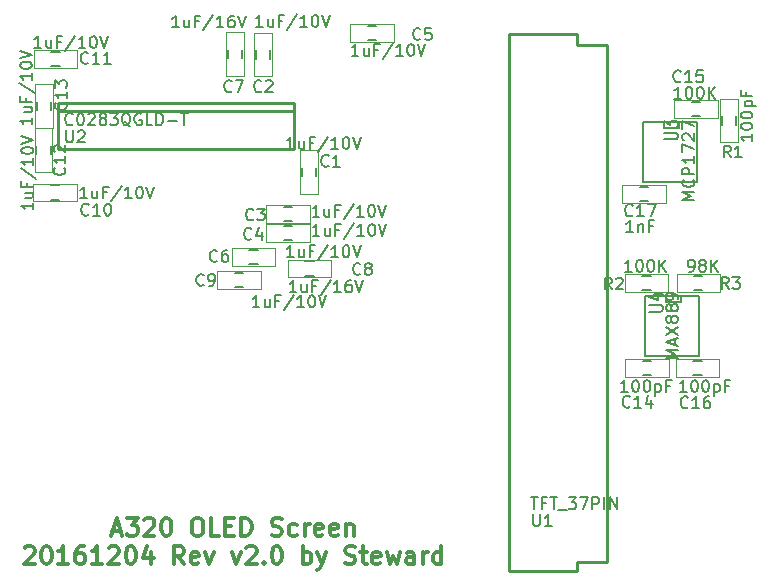
<source format=gto>
G04 (created by PCBNEW (22-Jun-2014 BZR 4027)-stable) date Sun 04 Dec 2016 05:28:58 PM CST*
%MOIN*%
G04 Gerber Fmt 3.4, Leading zero omitted, Abs format*
%FSLAX34Y34*%
G01*
G70*
G90*
G04 APERTURE LIST*
%ADD10C,0.00590551*%
%ADD11C,0.011811*%
%ADD12C,0.0019685*%
%ADD13C,0.00984252*%
%ADD14C,0.005*%
G04 APERTURE END LIST*
G54D10*
G54D11*
X54764Y-52220D02*
X55045Y-52220D01*
X54708Y-52389D02*
X54905Y-51798D01*
X55102Y-52389D01*
X55242Y-51798D02*
X55608Y-51798D01*
X55411Y-52023D01*
X55495Y-52023D01*
X55551Y-52051D01*
X55580Y-52079D01*
X55608Y-52135D01*
X55608Y-52276D01*
X55580Y-52332D01*
X55551Y-52360D01*
X55495Y-52389D01*
X55326Y-52389D01*
X55270Y-52360D01*
X55242Y-52332D01*
X55833Y-51854D02*
X55861Y-51826D01*
X55917Y-51798D01*
X56058Y-51798D01*
X56114Y-51826D01*
X56142Y-51854D01*
X56170Y-51910D01*
X56170Y-51967D01*
X56142Y-52051D01*
X55805Y-52389D01*
X56170Y-52389D01*
X56536Y-51798D02*
X56592Y-51798D01*
X56648Y-51826D01*
X56676Y-51854D01*
X56704Y-51910D01*
X56733Y-52023D01*
X56733Y-52164D01*
X56704Y-52276D01*
X56676Y-52332D01*
X56648Y-52360D01*
X56592Y-52389D01*
X56536Y-52389D01*
X56479Y-52360D01*
X56451Y-52332D01*
X56423Y-52276D01*
X56395Y-52164D01*
X56395Y-52023D01*
X56423Y-51910D01*
X56451Y-51854D01*
X56479Y-51826D01*
X56536Y-51798D01*
X57548Y-51798D02*
X57661Y-51798D01*
X57717Y-51826D01*
X57773Y-51882D01*
X57801Y-51995D01*
X57801Y-52192D01*
X57773Y-52304D01*
X57717Y-52360D01*
X57661Y-52389D01*
X57548Y-52389D01*
X57492Y-52360D01*
X57436Y-52304D01*
X57407Y-52192D01*
X57407Y-51995D01*
X57436Y-51882D01*
X57492Y-51826D01*
X57548Y-51798D01*
X58335Y-52389D02*
X58054Y-52389D01*
X58054Y-51798D01*
X58532Y-52079D02*
X58729Y-52079D01*
X58814Y-52389D02*
X58532Y-52389D01*
X58532Y-51798D01*
X58814Y-51798D01*
X59067Y-52389D02*
X59067Y-51798D01*
X59207Y-51798D01*
X59292Y-51826D01*
X59348Y-51882D01*
X59376Y-51939D01*
X59404Y-52051D01*
X59404Y-52135D01*
X59376Y-52248D01*
X59348Y-52304D01*
X59292Y-52360D01*
X59207Y-52389D01*
X59067Y-52389D01*
X60079Y-52360D02*
X60163Y-52389D01*
X60304Y-52389D01*
X60360Y-52360D01*
X60388Y-52332D01*
X60416Y-52276D01*
X60416Y-52220D01*
X60388Y-52164D01*
X60360Y-52135D01*
X60304Y-52107D01*
X60192Y-52079D01*
X60135Y-52051D01*
X60107Y-52023D01*
X60079Y-51967D01*
X60079Y-51910D01*
X60107Y-51854D01*
X60135Y-51826D01*
X60192Y-51798D01*
X60332Y-51798D01*
X60416Y-51826D01*
X60923Y-52360D02*
X60866Y-52389D01*
X60754Y-52389D01*
X60698Y-52360D01*
X60670Y-52332D01*
X60641Y-52276D01*
X60641Y-52107D01*
X60670Y-52051D01*
X60698Y-52023D01*
X60754Y-51995D01*
X60866Y-51995D01*
X60923Y-52023D01*
X61176Y-52389D02*
X61176Y-51995D01*
X61176Y-52107D02*
X61204Y-52051D01*
X61232Y-52023D01*
X61288Y-51995D01*
X61344Y-51995D01*
X61766Y-52360D02*
X61710Y-52389D01*
X61598Y-52389D01*
X61541Y-52360D01*
X61513Y-52304D01*
X61513Y-52079D01*
X61541Y-52023D01*
X61598Y-51995D01*
X61710Y-51995D01*
X61766Y-52023D01*
X61794Y-52079D01*
X61794Y-52135D01*
X61513Y-52192D01*
X62273Y-52360D02*
X62216Y-52389D01*
X62104Y-52389D01*
X62048Y-52360D01*
X62019Y-52304D01*
X62019Y-52079D01*
X62048Y-52023D01*
X62104Y-51995D01*
X62216Y-51995D01*
X62273Y-52023D01*
X62301Y-52079D01*
X62301Y-52135D01*
X62019Y-52192D01*
X62554Y-51995D02*
X62554Y-52389D01*
X62554Y-52051D02*
X62582Y-52023D01*
X62638Y-51995D01*
X62722Y-51995D01*
X62779Y-52023D01*
X62807Y-52079D01*
X62807Y-52389D01*
X51839Y-52799D02*
X51868Y-52771D01*
X51924Y-52743D01*
X52064Y-52743D01*
X52121Y-52771D01*
X52149Y-52799D01*
X52177Y-52855D01*
X52177Y-52912D01*
X52149Y-52996D01*
X51811Y-53333D01*
X52177Y-53333D01*
X52542Y-52743D02*
X52599Y-52743D01*
X52655Y-52771D01*
X52683Y-52799D01*
X52711Y-52855D01*
X52739Y-52968D01*
X52739Y-53108D01*
X52711Y-53221D01*
X52683Y-53277D01*
X52655Y-53305D01*
X52599Y-53333D01*
X52542Y-53333D01*
X52486Y-53305D01*
X52458Y-53277D01*
X52430Y-53221D01*
X52402Y-53108D01*
X52402Y-52968D01*
X52430Y-52855D01*
X52458Y-52799D01*
X52486Y-52771D01*
X52542Y-52743D01*
X53302Y-53333D02*
X52964Y-53333D01*
X53133Y-53333D02*
X53133Y-52743D01*
X53077Y-52827D01*
X53021Y-52883D01*
X52964Y-52912D01*
X53808Y-52743D02*
X53695Y-52743D01*
X53639Y-52771D01*
X53611Y-52799D01*
X53555Y-52883D01*
X53527Y-52996D01*
X53527Y-53221D01*
X53555Y-53277D01*
X53583Y-53305D01*
X53639Y-53333D01*
X53752Y-53333D01*
X53808Y-53305D01*
X53836Y-53277D01*
X53864Y-53221D01*
X53864Y-53080D01*
X53836Y-53024D01*
X53808Y-52996D01*
X53752Y-52968D01*
X53639Y-52968D01*
X53583Y-52996D01*
X53555Y-53024D01*
X53527Y-53080D01*
X54427Y-53333D02*
X54089Y-53333D01*
X54258Y-53333D02*
X54258Y-52743D01*
X54202Y-52827D01*
X54145Y-52883D01*
X54089Y-52912D01*
X54652Y-52799D02*
X54680Y-52771D01*
X54736Y-52743D01*
X54877Y-52743D01*
X54933Y-52771D01*
X54961Y-52799D01*
X54989Y-52855D01*
X54989Y-52912D01*
X54961Y-52996D01*
X54623Y-53333D01*
X54989Y-53333D01*
X55355Y-52743D02*
X55411Y-52743D01*
X55467Y-52771D01*
X55495Y-52799D01*
X55523Y-52855D01*
X55551Y-52968D01*
X55551Y-53108D01*
X55523Y-53221D01*
X55495Y-53277D01*
X55467Y-53305D01*
X55411Y-53333D01*
X55355Y-53333D01*
X55298Y-53305D01*
X55270Y-53277D01*
X55242Y-53221D01*
X55214Y-53108D01*
X55214Y-52968D01*
X55242Y-52855D01*
X55270Y-52799D01*
X55298Y-52771D01*
X55355Y-52743D01*
X56058Y-52940D02*
X56058Y-53333D01*
X55917Y-52715D02*
X55776Y-53137D01*
X56142Y-53137D01*
X57154Y-53333D02*
X56958Y-53052D01*
X56817Y-53333D02*
X56817Y-52743D01*
X57042Y-52743D01*
X57098Y-52771D01*
X57126Y-52799D01*
X57154Y-52855D01*
X57154Y-52940D01*
X57126Y-52996D01*
X57098Y-53024D01*
X57042Y-53052D01*
X56817Y-53052D01*
X57632Y-53305D02*
X57576Y-53333D01*
X57464Y-53333D01*
X57407Y-53305D01*
X57379Y-53249D01*
X57379Y-53024D01*
X57407Y-52968D01*
X57464Y-52940D01*
X57576Y-52940D01*
X57632Y-52968D01*
X57661Y-53024D01*
X57661Y-53080D01*
X57379Y-53137D01*
X57857Y-52940D02*
X57998Y-53333D01*
X58139Y-52940D01*
X58757Y-52940D02*
X58898Y-53333D01*
X59039Y-52940D01*
X59235Y-52799D02*
X59264Y-52771D01*
X59320Y-52743D01*
X59460Y-52743D01*
X59517Y-52771D01*
X59545Y-52799D01*
X59573Y-52855D01*
X59573Y-52912D01*
X59545Y-52996D01*
X59207Y-53333D01*
X59573Y-53333D01*
X59826Y-53277D02*
X59854Y-53305D01*
X59826Y-53333D01*
X59798Y-53305D01*
X59826Y-53277D01*
X59826Y-53333D01*
X60220Y-52743D02*
X60276Y-52743D01*
X60332Y-52771D01*
X60360Y-52799D01*
X60388Y-52855D01*
X60416Y-52968D01*
X60416Y-53108D01*
X60388Y-53221D01*
X60360Y-53277D01*
X60332Y-53305D01*
X60276Y-53333D01*
X60220Y-53333D01*
X60163Y-53305D01*
X60135Y-53277D01*
X60107Y-53221D01*
X60079Y-53108D01*
X60079Y-52968D01*
X60107Y-52855D01*
X60135Y-52799D01*
X60163Y-52771D01*
X60220Y-52743D01*
X61120Y-53333D02*
X61120Y-52743D01*
X61120Y-52968D02*
X61176Y-52940D01*
X61288Y-52940D01*
X61344Y-52968D01*
X61373Y-52996D01*
X61401Y-53052D01*
X61401Y-53221D01*
X61373Y-53277D01*
X61344Y-53305D01*
X61288Y-53333D01*
X61176Y-53333D01*
X61120Y-53305D01*
X61598Y-52940D02*
X61738Y-53333D01*
X61879Y-52940D02*
X61738Y-53333D01*
X61682Y-53474D01*
X61654Y-53502D01*
X61598Y-53530D01*
X62526Y-53305D02*
X62610Y-53333D01*
X62751Y-53333D01*
X62807Y-53305D01*
X62835Y-53277D01*
X62863Y-53221D01*
X62863Y-53165D01*
X62835Y-53108D01*
X62807Y-53080D01*
X62751Y-53052D01*
X62638Y-53024D01*
X62582Y-52996D01*
X62554Y-52968D01*
X62526Y-52912D01*
X62526Y-52855D01*
X62554Y-52799D01*
X62582Y-52771D01*
X62638Y-52743D01*
X62779Y-52743D01*
X62863Y-52771D01*
X63032Y-52940D02*
X63257Y-52940D01*
X63116Y-52743D02*
X63116Y-53249D01*
X63144Y-53305D01*
X63201Y-53333D01*
X63257Y-53333D01*
X63679Y-53305D02*
X63622Y-53333D01*
X63510Y-53333D01*
X63454Y-53305D01*
X63425Y-53249D01*
X63425Y-53024D01*
X63454Y-52968D01*
X63510Y-52940D01*
X63622Y-52940D01*
X63679Y-52968D01*
X63707Y-53024D01*
X63707Y-53080D01*
X63425Y-53137D01*
X63904Y-52940D02*
X64016Y-53333D01*
X64129Y-53052D01*
X64241Y-53333D01*
X64353Y-52940D01*
X64832Y-53333D02*
X64832Y-53024D01*
X64803Y-52968D01*
X64747Y-52940D01*
X64635Y-52940D01*
X64578Y-52968D01*
X64832Y-53305D02*
X64775Y-53333D01*
X64635Y-53333D01*
X64578Y-53305D01*
X64550Y-53249D01*
X64550Y-53193D01*
X64578Y-53137D01*
X64635Y-53108D01*
X64775Y-53108D01*
X64832Y-53080D01*
X65113Y-53333D02*
X65113Y-52940D01*
X65113Y-53052D02*
X65141Y-52996D01*
X65169Y-52968D01*
X65225Y-52940D01*
X65282Y-52940D01*
X65731Y-53333D02*
X65731Y-52743D01*
X65731Y-53305D02*
X65675Y-53333D01*
X65563Y-53333D01*
X65506Y-53305D01*
X65478Y-53277D01*
X65450Y-53221D01*
X65450Y-53052D01*
X65478Y-52996D01*
X65506Y-52968D01*
X65563Y-52940D01*
X65675Y-52940D01*
X65731Y-52968D01*
G54D12*
X59881Y-42010D02*
X61338Y-42010D01*
X59881Y-42601D02*
X61338Y-42601D01*
X59881Y-42010D02*
X59881Y-42601D01*
X61338Y-42010D02*
X61338Y-42601D01*
G54D10*
X60472Y-42069D02*
X60747Y-42069D01*
X60747Y-42542D02*
X60472Y-42542D01*
G54D12*
X73491Y-37879D02*
X74948Y-37879D01*
X73491Y-38470D02*
X74948Y-38470D01*
X73491Y-37879D02*
X73491Y-38470D01*
X74948Y-37879D02*
X74948Y-38470D01*
G54D10*
X74082Y-37938D02*
X74357Y-37938D01*
X74357Y-38411D02*
X74082Y-38411D01*
G54D12*
X52765Y-38811D02*
X52765Y-40268D01*
X52174Y-38811D02*
X52174Y-40268D01*
X52765Y-38811D02*
X52174Y-38811D01*
X52765Y-40268D02*
X52174Y-40268D01*
G54D10*
X52706Y-39402D02*
X52706Y-39677D01*
X52233Y-39677D02*
X52233Y-39402D01*
G54D12*
X52184Y-38798D02*
X52184Y-37341D01*
X52775Y-38798D02*
X52775Y-37341D01*
X52184Y-38798D02*
X52775Y-38798D01*
X52184Y-37341D02*
X52775Y-37341D01*
G54D10*
X52243Y-38207D02*
X52243Y-37932D01*
X52716Y-37932D02*
X52716Y-38207D01*
G54D12*
X53598Y-36795D02*
X52141Y-36795D01*
X53598Y-36204D02*
X52141Y-36204D01*
X53598Y-36795D02*
X53598Y-36204D01*
X52141Y-36795D02*
X52141Y-36204D01*
G54D10*
X53007Y-36736D02*
X52732Y-36736D01*
X52732Y-36263D02*
X53007Y-36263D01*
G54D12*
X53588Y-41245D02*
X52131Y-41245D01*
X53588Y-40654D02*
X52131Y-40654D01*
X53588Y-41245D02*
X53588Y-40654D01*
X52131Y-41245D02*
X52131Y-40654D01*
G54D10*
X52997Y-41186D02*
X52722Y-41186D01*
X52722Y-40713D02*
X52997Y-40713D01*
G54D12*
X59723Y-44170D02*
X58266Y-44170D01*
X59723Y-43579D02*
X58266Y-43579D01*
X59723Y-44170D02*
X59723Y-43579D01*
X58266Y-44170D02*
X58266Y-43579D01*
G54D10*
X59132Y-44111D02*
X58857Y-44111D01*
X58857Y-43638D02*
X59132Y-43638D01*
G54D12*
X60606Y-43189D02*
X62063Y-43189D01*
X60606Y-43780D02*
X62063Y-43780D01*
X60606Y-43189D02*
X60606Y-43780D01*
X62063Y-43189D02*
X62063Y-43780D01*
G54D10*
X61197Y-43248D02*
X61472Y-43248D01*
X61472Y-43721D02*
X61197Y-43721D01*
G54D12*
X58554Y-37058D02*
X58554Y-35601D01*
X59145Y-37058D02*
X59145Y-35601D01*
X58554Y-37058D02*
X59145Y-37058D01*
X58554Y-35601D02*
X59145Y-35601D01*
G54D10*
X58613Y-36467D02*
X58613Y-36192D01*
X59086Y-36192D02*
X59086Y-36467D01*
G54D12*
X60203Y-43405D02*
X58746Y-43405D01*
X60203Y-42814D02*
X58746Y-42814D01*
X60203Y-43405D02*
X60203Y-42814D01*
X58746Y-43405D02*
X58746Y-42814D01*
G54D10*
X59612Y-43346D02*
X59337Y-43346D01*
X59337Y-42873D02*
X59612Y-42873D01*
G54D12*
X62701Y-35344D02*
X64158Y-35344D01*
X62701Y-35935D02*
X64158Y-35935D01*
X62701Y-35344D02*
X62701Y-35935D01*
X64158Y-35344D02*
X64158Y-35935D01*
G54D10*
X63292Y-35403D02*
X63567Y-35403D01*
X63567Y-35876D02*
X63292Y-35876D01*
G54D12*
X75034Y-39278D02*
X75034Y-37821D01*
X75625Y-39278D02*
X75625Y-37821D01*
X75034Y-39278D02*
X75625Y-39278D01*
X75034Y-37821D02*
X75625Y-37821D01*
G54D10*
X75093Y-38687D02*
X75093Y-38412D01*
X75566Y-38412D02*
X75566Y-38687D01*
G54D12*
X59901Y-41374D02*
X61358Y-41374D01*
X59901Y-41965D02*
X61358Y-41965D01*
X59901Y-41374D02*
X59901Y-41965D01*
X61358Y-41374D02*
X61358Y-41965D01*
G54D10*
X60492Y-41433D02*
X60767Y-41433D01*
X60767Y-41906D02*
X60492Y-41906D01*
G54D12*
X60085Y-35616D02*
X60085Y-37073D01*
X59494Y-35616D02*
X59494Y-37073D01*
X60085Y-35616D02*
X59494Y-35616D01*
X60085Y-37073D02*
X59494Y-37073D01*
G54D10*
X60026Y-36207D02*
X60026Y-36482D01*
X59553Y-36482D02*
X59553Y-36207D01*
G54D12*
X61024Y-41003D02*
X61024Y-39546D01*
X61615Y-41003D02*
X61615Y-39546D01*
X61024Y-41003D02*
X61615Y-41003D01*
X61024Y-39546D02*
X61615Y-39546D01*
G54D10*
X61083Y-40412D02*
X61083Y-40137D01*
X61556Y-40137D02*
X61556Y-40412D01*
G54D12*
X74998Y-47095D02*
X73541Y-47095D01*
X74998Y-46504D02*
X73541Y-46504D01*
X74998Y-47095D02*
X74998Y-46504D01*
X73541Y-47095D02*
X73541Y-46504D01*
G54D10*
X74407Y-47036D02*
X74132Y-47036D01*
X74132Y-46563D02*
X74407Y-46563D01*
G54D12*
X73208Y-41290D02*
X71751Y-41290D01*
X73208Y-40699D02*
X71751Y-40699D01*
X73208Y-41290D02*
X73208Y-40699D01*
X71751Y-41290D02*
X71751Y-40699D01*
G54D10*
X72617Y-41231D02*
X72342Y-41231D01*
X72342Y-40758D02*
X72617Y-40758D01*
G54D12*
X73307Y-47087D02*
X71850Y-47087D01*
X73307Y-46496D02*
X71850Y-46496D01*
X73307Y-47087D02*
X73307Y-46496D01*
X71850Y-47087D02*
X71850Y-46496D01*
G54D10*
X72716Y-47028D02*
X72441Y-47028D01*
X72441Y-46555D02*
X72716Y-46555D01*
G54D12*
X71846Y-43669D02*
X73303Y-43669D01*
X71846Y-44260D02*
X73303Y-44260D01*
X71846Y-43669D02*
X71846Y-44260D01*
X73303Y-43669D02*
X73303Y-44260D01*
G54D10*
X72437Y-43728D02*
X72712Y-43728D01*
X72712Y-44201D02*
X72437Y-44201D01*
G54D13*
X60819Y-38248D02*
X52945Y-38248D01*
X60583Y-37973D02*
X60819Y-37973D01*
X60819Y-37973D02*
X60819Y-39508D01*
X60819Y-39508D02*
X52945Y-39508D01*
X52945Y-39508D02*
X52945Y-37973D01*
X52945Y-37973D02*
X60583Y-37973D01*
X67982Y-53550D02*
X70266Y-53550D01*
X70266Y-53550D02*
X70266Y-53275D01*
X70266Y-53275D02*
X71250Y-53275D01*
X71250Y-53275D02*
X71250Y-47724D01*
X71250Y-47724D02*
X71250Y-36857D01*
X71250Y-36857D02*
X71250Y-36031D01*
X71250Y-36031D02*
X70266Y-36031D01*
X70266Y-36031D02*
X70266Y-35676D01*
X70266Y-35676D02*
X67982Y-35676D01*
X67982Y-35676D02*
X67982Y-53550D01*
G54D14*
X74337Y-44406D02*
X74337Y-46406D01*
X74337Y-46406D02*
X72537Y-46406D01*
X72537Y-46406D02*
X72537Y-44406D01*
X72537Y-44406D02*
X74337Y-44406D01*
X73737Y-44406D02*
X73737Y-44606D01*
X73737Y-44606D02*
X73237Y-44606D01*
X73237Y-44606D02*
X73237Y-44406D01*
G54D12*
X73571Y-43669D02*
X75028Y-43669D01*
X73571Y-44260D02*
X75028Y-44260D01*
X73571Y-43669D02*
X73571Y-44260D01*
X75028Y-43669D02*
X75028Y-44260D01*
G54D10*
X74162Y-43728D02*
X74437Y-43728D01*
X74437Y-44201D02*
X74162Y-44201D01*
G54D14*
X74248Y-38600D02*
X74248Y-40600D01*
X74248Y-40600D02*
X72448Y-40600D01*
X72448Y-40600D02*
X72448Y-38600D01*
X72448Y-38600D02*
X74248Y-38600D01*
X73648Y-38600D02*
X73648Y-38800D01*
X73648Y-38800D02*
X73148Y-38800D01*
X73148Y-38800D02*
X73148Y-38600D01*
G54D10*
X59402Y-42482D02*
X59383Y-42501D01*
X59327Y-42520D01*
X59290Y-42520D01*
X59233Y-42501D01*
X59196Y-42463D01*
X59177Y-42426D01*
X59158Y-42351D01*
X59158Y-42295D01*
X59177Y-42220D01*
X59196Y-42182D01*
X59233Y-42145D01*
X59290Y-42126D01*
X59327Y-42126D01*
X59383Y-42145D01*
X59402Y-42163D01*
X59739Y-42257D02*
X59739Y-42520D01*
X59646Y-42107D02*
X59552Y-42388D01*
X59796Y-42388D01*
X61670Y-42390D02*
X61445Y-42390D01*
X61558Y-42390D02*
X61558Y-41996D01*
X61520Y-42052D01*
X61483Y-42090D01*
X61445Y-42109D01*
X62008Y-42127D02*
X62008Y-42390D01*
X61839Y-42127D02*
X61839Y-42334D01*
X61858Y-42371D01*
X61895Y-42390D01*
X61951Y-42390D01*
X61989Y-42371D01*
X62008Y-42352D01*
X62326Y-42184D02*
X62195Y-42184D01*
X62195Y-42390D02*
X62195Y-41996D01*
X62383Y-41996D01*
X62814Y-41977D02*
X62476Y-42484D01*
X63151Y-42390D02*
X62926Y-42390D01*
X63039Y-42390D02*
X63039Y-41996D01*
X63001Y-42052D01*
X62964Y-42090D01*
X62926Y-42109D01*
X63395Y-41996D02*
X63433Y-41996D01*
X63470Y-42015D01*
X63489Y-42034D01*
X63508Y-42071D01*
X63526Y-42146D01*
X63526Y-42240D01*
X63508Y-42315D01*
X63489Y-42352D01*
X63470Y-42371D01*
X63433Y-42390D01*
X63395Y-42390D01*
X63358Y-42371D01*
X63339Y-42352D01*
X63320Y-42315D01*
X63301Y-42240D01*
X63301Y-42146D01*
X63320Y-42071D01*
X63339Y-42034D01*
X63358Y-42015D01*
X63395Y-41996D01*
X63639Y-41996D02*
X63770Y-42390D01*
X63901Y-41996D01*
X73710Y-37235D02*
X73692Y-37254D01*
X73635Y-37273D01*
X73598Y-37273D01*
X73542Y-37254D01*
X73504Y-37217D01*
X73485Y-37179D01*
X73467Y-37104D01*
X73467Y-37048D01*
X73485Y-36973D01*
X73504Y-36935D01*
X73542Y-36898D01*
X73598Y-36879D01*
X73635Y-36879D01*
X73692Y-36898D01*
X73710Y-36917D01*
X74085Y-37273D02*
X73860Y-37273D01*
X73973Y-37273D02*
X73973Y-36879D01*
X73935Y-36935D01*
X73898Y-36973D01*
X73860Y-36992D01*
X74442Y-36879D02*
X74254Y-36879D01*
X74235Y-37067D01*
X74254Y-37048D01*
X74292Y-37029D01*
X74385Y-37029D01*
X74423Y-37048D01*
X74442Y-37067D01*
X74460Y-37104D01*
X74460Y-37198D01*
X74442Y-37235D01*
X74423Y-37254D01*
X74385Y-37273D01*
X74292Y-37273D01*
X74254Y-37254D01*
X74235Y-37235D01*
X76103Y-38999D02*
X76103Y-39224D01*
X76103Y-39111D02*
X75709Y-39111D01*
X75765Y-39149D01*
X75803Y-39186D01*
X75822Y-39224D01*
X75709Y-38755D02*
X75709Y-38718D01*
X75728Y-38680D01*
X75747Y-38661D01*
X75784Y-38643D01*
X75859Y-38624D01*
X75953Y-38624D01*
X76028Y-38643D01*
X76065Y-38661D01*
X76084Y-38680D01*
X76103Y-38718D01*
X76103Y-38755D01*
X76084Y-38793D01*
X76065Y-38811D01*
X76028Y-38830D01*
X75953Y-38849D01*
X75859Y-38849D01*
X75784Y-38830D01*
X75747Y-38811D01*
X75728Y-38793D01*
X75709Y-38755D01*
X75709Y-38380D02*
X75709Y-38343D01*
X75728Y-38305D01*
X75747Y-38286D01*
X75784Y-38268D01*
X75859Y-38249D01*
X75953Y-38249D01*
X76028Y-38268D01*
X76065Y-38286D01*
X76084Y-38305D01*
X76103Y-38343D01*
X76103Y-38380D01*
X76084Y-38418D01*
X76065Y-38436D01*
X76028Y-38455D01*
X75953Y-38474D01*
X75859Y-38474D01*
X75784Y-38455D01*
X75747Y-38436D01*
X75728Y-38418D01*
X75709Y-38380D01*
X75840Y-38080D02*
X76234Y-38080D01*
X75859Y-38080D02*
X75840Y-38043D01*
X75840Y-37968D01*
X75859Y-37930D01*
X75878Y-37911D01*
X75915Y-37893D01*
X76028Y-37893D01*
X76065Y-37911D01*
X76084Y-37930D01*
X76103Y-37968D01*
X76103Y-38043D01*
X76084Y-38080D01*
X75897Y-37593D02*
X75897Y-37724D01*
X76103Y-37724D02*
X75709Y-37724D01*
X75709Y-37536D01*
X53207Y-37961D02*
X53226Y-37979D01*
X53245Y-38036D01*
X53245Y-38073D01*
X53226Y-38129D01*
X53189Y-38167D01*
X53151Y-38186D01*
X53076Y-38204D01*
X53020Y-38204D01*
X52945Y-38186D01*
X52907Y-38167D01*
X52870Y-38129D01*
X52851Y-38073D01*
X52851Y-38036D01*
X52870Y-37979D01*
X52889Y-37961D01*
X53245Y-37586D02*
X53245Y-37811D01*
X53245Y-37698D02*
X52851Y-37698D01*
X52907Y-37736D01*
X52945Y-37773D01*
X52964Y-37811D01*
X52851Y-37454D02*
X52851Y-37211D01*
X53001Y-37342D01*
X53001Y-37286D01*
X53020Y-37248D01*
X53039Y-37229D01*
X53076Y-37211D01*
X53170Y-37211D01*
X53207Y-37229D01*
X53226Y-37248D01*
X53245Y-37286D01*
X53245Y-37398D01*
X53226Y-37436D01*
X53207Y-37454D01*
X52123Y-41288D02*
X52123Y-41513D01*
X52123Y-41400D02*
X51729Y-41400D01*
X51785Y-41438D01*
X51823Y-41475D01*
X51842Y-41513D01*
X51860Y-40950D02*
X52123Y-40950D01*
X51860Y-41119D02*
X52067Y-41119D01*
X52104Y-41100D01*
X52123Y-41063D01*
X52123Y-41007D01*
X52104Y-40969D01*
X52085Y-40950D01*
X51917Y-40632D02*
X51917Y-40763D01*
X52123Y-40763D02*
X51729Y-40763D01*
X51729Y-40575D01*
X51710Y-40144D02*
X52217Y-40482D01*
X52123Y-39807D02*
X52123Y-40032D01*
X52123Y-39919D02*
X51729Y-39919D01*
X51785Y-39957D01*
X51823Y-39994D01*
X51842Y-40032D01*
X51729Y-39563D02*
X51729Y-39525D01*
X51748Y-39488D01*
X51767Y-39469D01*
X51804Y-39450D01*
X51879Y-39432D01*
X51973Y-39432D01*
X52048Y-39450D01*
X52085Y-39469D01*
X52104Y-39488D01*
X52123Y-39525D01*
X52123Y-39563D01*
X52104Y-39600D01*
X52085Y-39619D01*
X52048Y-39638D01*
X51973Y-39657D01*
X51879Y-39657D01*
X51804Y-39638D01*
X51767Y-39619D01*
X51748Y-39600D01*
X51729Y-39563D01*
X51729Y-39319D02*
X52123Y-39188D01*
X51729Y-39057D01*
X53163Y-40117D02*
X53182Y-40135D01*
X53201Y-40192D01*
X53201Y-40229D01*
X53182Y-40285D01*
X53145Y-40323D01*
X53107Y-40342D01*
X53032Y-40360D01*
X52976Y-40360D01*
X52901Y-40342D01*
X52863Y-40323D01*
X52826Y-40285D01*
X52807Y-40229D01*
X52807Y-40192D01*
X52826Y-40135D01*
X52845Y-40117D01*
X53201Y-39742D02*
X53201Y-39967D01*
X53201Y-39854D02*
X52807Y-39854D01*
X52863Y-39892D01*
X52901Y-39929D01*
X52920Y-39967D01*
X52845Y-39592D02*
X52826Y-39573D01*
X52807Y-39535D01*
X52807Y-39442D01*
X52826Y-39404D01*
X52845Y-39385D01*
X52882Y-39367D01*
X52920Y-39367D01*
X52976Y-39385D01*
X53201Y-39610D01*
X53201Y-39367D01*
X52079Y-38450D02*
X52079Y-38675D01*
X52079Y-38562D02*
X51685Y-38562D01*
X51741Y-38600D01*
X51779Y-38637D01*
X51798Y-38675D01*
X51816Y-38112D02*
X52079Y-38112D01*
X51816Y-38281D02*
X52023Y-38281D01*
X52060Y-38262D01*
X52079Y-38225D01*
X52079Y-38169D01*
X52060Y-38131D01*
X52041Y-38112D01*
X51873Y-37794D02*
X51873Y-37925D01*
X52079Y-37925D02*
X51685Y-37925D01*
X51685Y-37737D01*
X51666Y-37306D02*
X52173Y-37644D01*
X52079Y-36969D02*
X52079Y-37194D01*
X52079Y-37081D02*
X51685Y-37081D01*
X51741Y-37119D01*
X51779Y-37156D01*
X51798Y-37194D01*
X51685Y-36725D02*
X51685Y-36687D01*
X51704Y-36650D01*
X51723Y-36631D01*
X51760Y-36612D01*
X51835Y-36594D01*
X51929Y-36594D01*
X52004Y-36612D01*
X52041Y-36631D01*
X52060Y-36650D01*
X52079Y-36687D01*
X52079Y-36725D01*
X52060Y-36762D01*
X52041Y-36781D01*
X52004Y-36800D01*
X51929Y-36819D01*
X51835Y-36819D01*
X51760Y-36800D01*
X51723Y-36781D01*
X51704Y-36762D01*
X51685Y-36725D01*
X51685Y-36481D02*
X52079Y-36350D01*
X51685Y-36219D01*
X53954Y-36619D02*
X53936Y-36638D01*
X53879Y-36657D01*
X53842Y-36657D01*
X53786Y-36638D01*
X53748Y-36601D01*
X53729Y-36563D01*
X53711Y-36488D01*
X53711Y-36432D01*
X53729Y-36357D01*
X53748Y-36319D01*
X53786Y-36282D01*
X53842Y-36263D01*
X53879Y-36263D01*
X53936Y-36282D01*
X53954Y-36301D01*
X54329Y-36657D02*
X54104Y-36657D01*
X54217Y-36657D02*
X54217Y-36263D01*
X54179Y-36319D01*
X54142Y-36357D01*
X54104Y-36376D01*
X54704Y-36657D02*
X54479Y-36657D01*
X54592Y-36657D02*
X54592Y-36263D01*
X54554Y-36319D01*
X54517Y-36357D01*
X54479Y-36376D01*
X52387Y-36129D02*
X52162Y-36129D01*
X52275Y-36129D02*
X52275Y-35735D01*
X52237Y-35791D01*
X52200Y-35829D01*
X52162Y-35848D01*
X52725Y-35866D02*
X52725Y-36129D01*
X52556Y-35866D02*
X52556Y-36073D01*
X52575Y-36110D01*
X52612Y-36129D01*
X52668Y-36129D01*
X52706Y-36110D01*
X52725Y-36091D01*
X53043Y-35923D02*
X52912Y-35923D01*
X52912Y-36129D02*
X52912Y-35735D01*
X53100Y-35735D01*
X53531Y-35716D02*
X53193Y-36223D01*
X53868Y-36129D02*
X53643Y-36129D01*
X53756Y-36129D02*
X53756Y-35735D01*
X53718Y-35791D01*
X53681Y-35829D01*
X53643Y-35848D01*
X54112Y-35735D02*
X54150Y-35735D01*
X54187Y-35754D01*
X54206Y-35773D01*
X54225Y-35810D01*
X54243Y-35885D01*
X54243Y-35979D01*
X54225Y-36054D01*
X54206Y-36091D01*
X54187Y-36110D01*
X54150Y-36129D01*
X54112Y-36129D01*
X54075Y-36110D01*
X54056Y-36091D01*
X54037Y-36054D01*
X54018Y-35979D01*
X54018Y-35885D01*
X54037Y-35810D01*
X54056Y-35773D01*
X54075Y-35754D01*
X54112Y-35735D01*
X54356Y-35735D02*
X54487Y-36129D01*
X54618Y-35735D01*
X53976Y-41679D02*
X53958Y-41698D01*
X53901Y-41717D01*
X53864Y-41717D01*
X53808Y-41698D01*
X53770Y-41661D01*
X53751Y-41623D01*
X53733Y-41548D01*
X53733Y-41492D01*
X53751Y-41417D01*
X53770Y-41379D01*
X53808Y-41342D01*
X53864Y-41323D01*
X53901Y-41323D01*
X53958Y-41342D01*
X53976Y-41361D01*
X54351Y-41717D02*
X54126Y-41717D01*
X54239Y-41717D02*
X54239Y-41323D01*
X54201Y-41379D01*
X54164Y-41417D01*
X54126Y-41436D01*
X54595Y-41323D02*
X54633Y-41323D01*
X54670Y-41342D01*
X54689Y-41361D01*
X54708Y-41398D01*
X54726Y-41473D01*
X54726Y-41567D01*
X54708Y-41642D01*
X54689Y-41679D01*
X54670Y-41698D01*
X54633Y-41717D01*
X54595Y-41717D01*
X54558Y-41698D01*
X54539Y-41679D01*
X54520Y-41642D01*
X54501Y-41567D01*
X54501Y-41473D01*
X54520Y-41398D01*
X54539Y-41361D01*
X54558Y-41342D01*
X54595Y-41323D01*
X53927Y-41145D02*
X53702Y-41145D01*
X53815Y-41145D02*
X53815Y-40751D01*
X53777Y-40807D01*
X53740Y-40845D01*
X53702Y-40864D01*
X54265Y-40882D02*
X54265Y-41145D01*
X54096Y-40882D02*
X54096Y-41089D01*
X54115Y-41126D01*
X54152Y-41145D01*
X54208Y-41145D01*
X54246Y-41126D01*
X54265Y-41107D01*
X54583Y-40939D02*
X54452Y-40939D01*
X54452Y-41145D02*
X54452Y-40751D01*
X54640Y-40751D01*
X55071Y-40732D02*
X54733Y-41239D01*
X55408Y-41145D02*
X55183Y-41145D01*
X55296Y-41145D02*
X55296Y-40751D01*
X55258Y-40807D01*
X55221Y-40845D01*
X55183Y-40864D01*
X55652Y-40751D02*
X55690Y-40751D01*
X55727Y-40770D01*
X55746Y-40789D01*
X55765Y-40826D01*
X55783Y-40901D01*
X55783Y-40995D01*
X55765Y-41070D01*
X55746Y-41107D01*
X55727Y-41126D01*
X55690Y-41145D01*
X55652Y-41145D01*
X55615Y-41126D01*
X55596Y-41107D01*
X55577Y-41070D01*
X55558Y-40995D01*
X55558Y-40901D01*
X55577Y-40826D01*
X55596Y-40789D01*
X55615Y-40770D01*
X55652Y-40751D01*
X55896Y-40751D02*
X56027Y-41145D01*
X56158Y-40751D01*
X57810Y-44026D02*
X57792Y-44045D01*
X57735Y-44063D01*
X57698Y-44063D01*
X57642Y-44045D01*
X57604Y-44007D01*
X57585Y-43970D01*
X57567Y-43895D01*
X57567Y-43838D01*
X57585Y-43763D01*
X57604Y-43726D01*
X57642Y-43689D01*
X57698Y-43670D01*
X57735Y-43670D01*
X57792Y-43689D01*
X57810Y-43707D01*
X57998Y-44063D02*
X58073Y-44063D01*
X58110Y-44045D01*
X58129Y-44026D01*
X58167Y-43970D01*
X58185Y-43895D01*
X58185Y-43745D01*
X58167Y-43707D01*
X58148Y-43689D01*
X58110Y-43670D01*
X58035Y-43670D01*
X57998Y-43689D01*
X57979Y-43707D01*
X57960Y-43745D01*
X57960Y-43838D01*
X57979Y-43876D01*
X57998Y-43895D01*
X58035Y-43913D01*
X58110Y-43913D01*
X58148Y-43895D01*
X58167Y-43876D01*
X58185Y-43838D01*
X59669Y-44775D02*
X59444Y-44775D01*
X59557Y-44775D02*
X59557Y-44381D01*
X59519Y-44437D01*
X59482Y-44475D01*
X59444Y-44494D01*
X60007Y-44512D02*
X60007Y-44775D01*
X59838Y-44512D02*
X59838Y-44719D01*
X59857Y-44756D01*
X59894Y-44775D01*
X59950Y-44775D01*
X59988Y-44756D01*
X60007Y-44737D01*
X60325Y-44569D02*
X60194Y-44569D01*
X60194Y-44775D02*
X60194Y-44381D01*
X60382Y-44381D01*
X60813Y-44362D02*
X60475Y-44869D01*
X61150Y-44775D02*
X60925Y-44775D01*
X61038Y-44775D02*
X61038Y-44381D01*
X61000Y-44437D01*
X60963Y-44475D01*
X60925Y-44494D01*
X61394Y-44381D02*
X61432Y-44381D01*
X61469Y-44400D01*
X61488Y-44419D01*
X61507Y-44456D01*
X61525Y-44531D01*
X61525Y-44625D01*
X61507Y-44700D01*
X61488Y-44737D01*
X61469Y-44756D01*
X61432Y-44775D01*
X61394Y-44775D01*
X61357Y-44756D01*
X61338Y-44737D01*
X61319Y-44700D01*
X61300Y-44625D01*
X61300Y-44531D01*
X61319Y-44456D01*
X61338Y-44419D01*
X61357Y-44400D01*
X61394Y-44381D01*
X61638Y-44381D02*
X61769Y-44775D01*
X61900Y-44381D01*
X63030Y-43659D02*
X63011Y-43678D01*
X62955Y-43697D01*
X62917Y-43697D01*
X62861Y-43678D01*
X62824Y-43641D01*
X62805Y-43603D01*
X62786Y-43528D01*
X62786Y-43472D01*
X62805Y-43397D01*
X62824Y-43359D01*
X62861Y-43322D01*
X62917Y-43303D01*
X62955Y-43303D01*
X63011Y-43322D01*
X63030Y-43341D01*
X63255Y-43472D02*
X63217Y-43453D01*
X63199Y-43434D01*
X63180Y-43397D01*
X63180Y-43378D01*
X63199Y-43341D01*
X63217Y-43322D01*
X63255Y-43303D01*
X63330Y-43303D01*
X63367Y-43322D01*
X63386Y-43341D01*
X63405Y-43378D01*
X63405Y-43397D01*
X63386Y-43434D01*
X63367Y-43453D01*
X63330Y-43472D01*
X63255Y-43472D01*
X63217Y-43491D01*
X63199Y-43509D01*
X63180Y-43547D01*
X63180Y-43622D01*
X63199Y-43659D01*
X63217Y-43678D01*
X63255Y-43697D01*
X63330Y-43697D01*
X63367Y-43678D01*
X63386Y-43659D01*
X63405Y-43622D01*
X63405Y-43547D01*
X63386Y-43509D01*
X63367Y-43491D01*
X63330Y-43472D01*
X60901Y-44269D02*
X60676Y-44269D01*
X60789Y-44269D02*
X60789Y-43875D01*
X60751Y-43931D01*
X60714Y-43969D01*
X60676Y-43988D01*
X61239Y-44006D02*
X61239Y-44269D01*
X61070Y-44006D02*
X61070Y-44213D01*
X61089Y-44250D01*
X61126Y-44269D01*
X61182Y-44269D01*
X61220Y-44250D01*
X61239Y-44231D01*
X61557Y-44063D02*
X61426Y-44063D01*
X61426Y-44269D02*
X61426Y-43875D01*
X61614Y-43875D01*
X62045Y-43856D02*
X61707Y-44363D01*
X62382Y-44269D02*
X62157Y-44269D01*
X62270Y-44269D02*
X62270Y-43875D01*
X62232Y-43931D01*
X62195Y-43969D01*
X62157Y-43988D01*
X62720Y-43875D02*
X62645Y-43875D01*
X62607Y-43894D01*
X62589Y-43913D01*
X62551Y-43969D01*
X62532Y-44044D01*
X62532Y-44194D01*
X62551Y-44231D01*
X62570Y-44250D01*
X62607Y-44269D01*
X62682Y-44269D01*
X62720Y-44250D01*
X62739Y-44231D01*
X62757Y-44194D01*
X62757Y-44100D01*
X62739Y-44063D01*
X62720Y-44044D01*
X62682Y-44025D01*
X62607Y-44025D01*
X62570Y-44044D01*
X62551Y-44063D01*
X62532Y-44100D01*
X62870Y-43875D02*
X63001Y-44269D01*
X63132Y-43875D01*
X58740Y-37565D02*
X58721Y-37584D01*
X58665Y-37603D01*
X58627Y-37603D01*
X58571Y-37584D01*
X58534Y-37547D01*
X58515Y-37509D01*
X58496Y-37434D01*
X58496Y-37378D01*
X58515Y-37303D01*
X58534Y-37265D01*
X58571Y-37228D01*
X58627Y-37209D01*
X58665Y-37209D01*
X58721Y-37228D01*
X58740Y-37247D01*
X58871Y-37209D02*
X59134Y-37209D01*
X58965Y-37603D01*
X56985Y-35447D02*
X56760Y-35447D01*
X56873Y-35447D02*
X56873Y-35053D01*
X56835Y-35109D01*
X56798Y-35147D01*
X56760Y-35166D01*
X57323Y-35184D02*
X57323Y-35447D01*
X57154Y-35184D02*
X57154Y-35391D01*
X57173Y-35428D01*
X57210Y-35447D01*
X57266Y-35447D01*
X57304Y-35428D01*
X57323Y-35409D01*
X57641Y-35241D02*
X57510Y-35241D01*
X57510Y-35447D02*
X57510Y-35053D01*
X57698Y-35053D01*
X58129Y-35034D02*
X57791Y-35541D01*
X58466Y-35447D02*
X58241Y-35447D01*
X58354Y-35447D02*
X58354Y-35053D01*
X58316Y-35109D01*
X58279Y-35147D01*
X58241Y-35166D01*
X58804Y-35053D02*
X58729Y-35053D01*
X58691Y-35072D01*
X58673Y-35091D01*
X58635Y-35147D01*
X58616Y-35222D01*
X58616Y-35372D01*
X58635Y-35409D01*
X58654Y-35428D01*
X58691Y-35447D01*
X58766Y-35447D01*
X58804Y-35428D01*
X58823Y-35409D01*
X58841Y-35372D01*
X58841Y-35278D01*
X58823Y-35241D01*
X58804Y-35222D01*
X58766Y-35203D01*
X58691Y-35203D01*
X58654Y-35222D01*
X58635Y-35241D01*
X58616Y-35278D01*
X58954Y-35053D02*
X59085Y-35447D01*
X59216Y-35053D01*
X58256Y-43219D02*
X58237Y-43238D01*
X58181Y-43257D01*
X58143Y-43257D01*
X58087Y-43238D01*
X58050Y-43201D01*
X58031Y-43163D01*
X58012Y-43088D01*
X58012Y-43032D01*
X58031Y-42957D01*
X58050Y-42919D01*
X58087Y-42882D01*
X58143Y-42863D01*
X58181Y-42863D01*
X58237Y-42882D01*
X58256Y-42901D01*
X58593Y-42863D02*
X58518Y-42863D01*
X58481Y-42882D01*
X58462Y-42901D01*
X58425Y-42957D01*
X58406Y-43032D01*
X58406Y-43182D01*
X58425Y-43219D01*
X58443Y-43238D01*
X58481Y-43257D01*
X58556Y-43257D01*
X58593Y-43238D01*
X58612Y-43219D01*
X58631Y-43182D01*
X58631Y-43088D01*
X58612Y-43051D01*
X58593Y-43032D01*
X58556Y-43013D01*
X58481Y-43013D01*
X58443Y-43032D01*
X58425Y-43051D01*
X58406Y-43088D01*
X60813Y-43103D02*
X60588Y-43103D01*
X60701Y-43103D02*
X60701Y-42709D01*
X60663Y-42765D01*
X60626Y-42803D01*
X60588Y-42822D01*
X61151Y-42840D02*
X61151Y-43103D01*
X60982Y-42840D02*
X60982Y-43047D01*
X61001Y-43084D01*
X61038Y-43103D01*
X61094Y-43103D01*
X61132Y-43084D01*
X61151Y-43065D01*
X61469Y-42897D02*
X61338Y-42897D01*
X61338Y-43103D02*
X61338Y-42709D01*
X61526Y-42709D01*
X61957Y-42690D02*
X61619Y-43197D01*
X62294Y-43103D02*
X62069Y-43103D01*
X62182Y-43103D02*
X62182Y-42709D01*
X62144Y-42765D01*
X62107Y-42803D01*
X62069Y-42822D01*
X62538Y-42709D02*
X62576Y-42709D01*
X62613Y-42728D01*
X62632Y-42747D01*
X62651Y-42784D01*
X62669Y-42859D01*
X62669Y-42953D01*
X62651Y-43028D01*
X62632Y-43065D01*
X62613Y-43084D01*
X62576Y-43103D01*
X62538Y-43103D01*
X62501Y-43084D01*
X62482Y-43065D01*
X62463Y-43028D01*
X62444Y-42953D01*
X62444Y-42859D01*
X62463Y-42784D01*
X62482Y-42747D01*
X62501Y-42728D01*
X62538Y-42709D01*
X62782Y-42709D02*
X62913Y-43103D01*
X63044Y-42709D01*
X65032Y-35827D02*
X65013Y-35846D01*
X64957Y-35865D01*
X64919Y-35865D01*
X64863Y-35846D01*
X64826Y-35809D01*
X64807Y-35771D01*
X64788Y-35696D01*
X64788Y-35640D01*
X64807Y-35565D01*
X64826Y-35527D01*
X64863Y-35490D01*
X64919Y-35471D01*
X64957Y-35471D01*
X65013Y-35490D01*
X65032Y-35509D01*
X65388Y-35471D02*
X65201Y-35471D01*
X65182Y-35659D01*
X65201Y-35640D01*
X65238Y-35621D01*
X65332Y-35621D01*
X65369Y-35640D01*
X65388Y-35659D01*
X65407Y-35696D01*
X65407Y-35790D01*
X65388Y-35827D01*
X65369Y-35846D01*
X65332Y-35865D01*
X65238Y-35865D01*
X65201Y-35846D01*
X65182Y-35827D01*
X62969Y-36393D02*
X62744Y-36393D01*
X62857Y-36393D02*
X62857Y-35999D01*
X62819Y-36055D01*
X62782Y-36093D01*
X62744Y-36112D01*
X63307Y-36130D02*
X63307Y-36393D01*
X63138Y-36130D02*
X63138Y-36337D01*
X63157Y-36374D01*
X63194Y-36393D01*
X63250Y-36393D01*
X63288Y-36374D01*
X63307Y-36355D01*
X63625Y-36187D02*
X63494Y-36187D01*
X63494Y-36393D02*
X63494Y-35999D01*
X63682Y-35999D01*
X64113Y-35980D02*
X63775Y-36487D01*
X64450Y-36393D02*
X64225Y-36393D01*
X64338Y-36393D02*
X64338Y-35999D01*
X64300Y-36055D01*
X64263Y-36093D01*
X64225Y-36112D01*
X64694Y-35999D02*
X64732Y-35999D01*
X64769Y-36018D01*
X64788Y-36037D01*
X64807Y-36074D01*
X64825Y-36149D01*
X64825Y-36243D01*
X64807Y-36318D01*
X64788Y-36355D01*
X64769Y-36374D01*
X64732Y-36393D01*
X64694Y-36393D01*
X64657Y-36374D01*
X64638Y-36355D01*
X64619Y-36318D01*
X64600Y-36243D01*
X64600Y-36149D01*
X64619Y-36074D01*
X64638Y-36037D01*
X64657Y-36018D01*
X64694Y-35999D01*
X64938Y-35999D02*
X65069Y-36393D01*
X65200Y-35999D01*
X75372Y-39781D02*
X75241Y-39593D01*
X75147Y-39781D02*
X75147Y-39387D01*
X75297Y-39387D01*
X75334Y-39406D01*
X75353Y-39425D01*
X75372Y-39462D01*
X75372Y-39518D01*
X75353Y-39556D01*
X75334Y-39575D01*
X75297Y-39593D01*
X75147Y-39593D01*
X75747Y-39781D02*
X75522Y-39781D01*
X75634Y-39781D02*
X75634Y-39387D01*
X75597Y-39443D01*
X75559Y-39481D01*
X75522Y-39500D01*
X73724Y-37823D02*
X73499Y-37823D01*
X73612Y-37823D02*
X73612Y-37429D01*
X73574Y-37485D01*
X73537Y-37523D01*
X73499Y-37542D01*
X73968Y-37429D02*
X74005Y-37429D01*
X74043Y-37448D01*
X74062Y-37467D01*
X74080Y-37504D01*
X74099Y-37579D01*
X74099Y-37673D01*
X74080Y-37748D01*
X74062Y-37785D01*
X74043Y-37804D01*
X74005Y-37823D01*
X73968Y-37823D01*
X73930Y-37804D01*
X73912Y-37785D01*
X73893Y-37748D01*
X73874Y-37673D01*
X73874Y-37579D01*
X73893Y-37504D01*
X73912Y-37467D01*
X73930Y-37448D01*
X73968Y-37429D01*
X74343Y-37429D02*
X74380Y-37429D01*
X74418Y-37448D01*
X74437Y-37467D01*
X74455Y-37504D01*
X74474Y-37579D01*
X74474Y-37673D01*
X74455Y-37748D01*
X74437Y-37785D01*
X74418Y-37804D01*
X74380Y-37823D01*
X74343Y-37823D01*
X74305Y-37804D01*
X74287Y-37785D01*
X74268Y-37748D01*
X74249Y-37673D01*
X74249Y-37579D01*
X74268Y-37504D01*
X74287Y-37467D01*
X74305Y-37448D01*
X74343Y-37429D01*
X74643Y-37823D02*
X74643Y-37429D01*
X74868Y-37823D02*
X74699Y-37598D01*
X74868Y-37429D02*
X74643Y-37654D01*
X59466Y-41842D02*
X59447Y-41861D01*
X59391Y-41879D01*
X59353Y-41879D01*
X59297Y-41861D01*
X59259Y-41823D01*
X59241Y-41786D01*
X59222Y-41711D01*
X59222Y-41654D01*
X59241Y-41579D01*
X59259Y-41542D01*
X59297Y-41504D01*
X59353Y-41486D01*
X59391Y-41486D01*
X59447Y-41504D01*
X59466Y-41523D01*
X59597Y-41486D02*
X59841Y-41486D01*
X59709Y-41636D01*
X59766Y-41636D01*
X59803Y-41654D01*
X59822Y-41673D01*
X59841Y-41711D01*
X59841Y-41804D01*
X59822Y-41842D01*
X59803Y-41861D01*
X59766Y-41879D01*
X59653Y-41879D01*
X59616Y-41861D01*
X59597Y-41842D01*
X61665Y-41754D02*
X61440Y-41754D01*
X61553Y-41754D02*
X61553Y-41360D01*
X61515Y-41416D01*
X61478Y-41454D01*
X61440Y-41473D01*
X62003Y-41491D02*
X62003Y-41754D01*
X61834Y-41491D02*
X61834Y-41698D01*
X61853Y-41735D01*
X61890Y-41754D01*
X61946Y-41754D01*
X61984Y-41735D01*
X62003Y-41716D01*
X62321Y-41548D02*
X62190Y-41548D01*
X62190Y-41754D02*
X62190Y-41360D01*
X62378Y-41360D01*
X62809Y-41341D02*
X62471Y-41848D01*
X63146Y-41754D02*
X62921Y-41754D01*
X63034Y-41754D02*
X63034Y-41360D01*
X62996Y-41416D01*
X62959Y-41454D01*
X62921Y-41473D01*
X63390Y-41360D02*
X63428Y-41360D01*
X63465Y-41379D01*
X63484Y-41398D01*
X63503Y-41435D01*
X63521Y-41510D01*
X63521Y-41604D01*
X63503Y-41679D01*
X63484Y-41716D01*
X63465Y-41735D01*
X63428Y-41754D01*
X63390Y-41754D01*
X63353Y-41735D01*
X63334Y-41716D01*
X63315Y-41679D01*
X63296Y-41604D01*
X63296Y-41510D01*
X63315Y-41435D01*
X63334Y-41398D01*
X63353Y-41379D01*
X63390Y-41360D01*
X63634Y-41360D02*
X63765Y-41754D01*
X63896Y-41360D01*
X59730Y-37565D02*
X59711Y-37584D01*
X59655Y-37603D01*
X59617Y-37603D01*
X59561Y-37584D01*
X59524Y-37547D01*
X59505Y-37509D01*
X59486Y-37434D01*
X59486Y-37378D01*
X59505Y-37303D01*
X59524Y-37265D01*
X59561Y-37228D01*
X59617Y-37209D01*
X59655Y-37209D01*
X59711Y-37228D01*
X59730Y-37247D01*
X59880Y-37247D02*
X59899Y-37228D01*
X59936Y-37209D01*
X60030Y-37209D01*
X60067Y-37228D01*
X60086Y-37247D01*
X60105Y-37284D01*
X60105Y-37322D01*
X60086Y-37378D01*
X59861Y-37603D01*
X60105Y-37603D01*
X59779Y-35425D02*
X59554Y-35425D01*
X59667Y-35425D02*
X59667Y-35031D01*
X59629Y-35087D01*
X59592Y-35125D01*
X59554Y-35144D01*
X60117Y-35162D02*
X60117Y-35425D01*
X59948Y-35162D02*
X59948Y-35369D01*
X59967Y-35406D01*
X60004Y-35425D01*
X60060Y-35425D01*
X60098Y-35406D01*
X60117Y-35387D01*
X60435Y-35219D02*
X60304Y-35219D01*
X60304Y-35425D02*
X60304Y-35031D01*
X60492Y-35031D01*
X60923Y-35012D02*
X60585Y-35519D01*
X61260Y-35425D02*
X61035Y-35425D01*
X61148Y-35425D02*
X61148Y-35031D01*
X61110Y-35087D01*
X61073Y-35125D01*
X61035Y-35144D01*
X61504Y-35031D02*
X61542Y-35031D01*
X61579Y-35050D01*
X61598Y-35069D01*
X61617Y-35106D01*
X61635Y-35181D01*
X61635Y-35275D01*
X61617Y-35350D01*
X61598Y-35387D01*
X61579Y-35406D01*
X61542Y-35425D01*
X61504Y-35425D01*
X61467Y-35406D01*
X61448Y-35387D01*
X61429Y-35350D01*
X61410Y-35275D01*
X61410Y-35181D01*
X61429Y-35106D01*
X61448Y-35069D01*
X61467Y-35050D01*
X61504Y-35031D01*
X61748Y-35031D02*
X61879Y-35425D01*
X62010Y-35031D01*
X61974Y-40051D02*
X61955Y-40070D01*
X61899Y-40089D01*
X61861Y-40089D01*
X61805Y-40070D01*
X61768Y-40033D01*
X61749Y-39995D01*
X61730Y-39920D01*
X61730Y-39864D01*
X61749Y-39789D01*
X61768Y-39751D01*
X61805Y-39714D01*
X61861Y-39695D01*
X61899Y-39695D01*
X61955Y-39714D01*
X61974Y-39733D01*
X62349Y-40089D02*
X62124Y-40089D01*
X62236Y-40089D02*
X62236Y-39695D01*
X62199Y-39751D01*
X62161Y-39789D01*
X62124Y-39808D01*
X60813Y-39495D02*
X60588Y-39495D01*
X60701Y-39495D02*
X60701Y-39101D01*
X60663Y-39157D01*
X60626Y-39195D01*
X60588Y-39214D01*
X61151Y-39232D02*
X61151Y-39495D01*
X60982Y-39232D02*
X60982Y-39439D01*
X61001Y-39476D01*
X61038Y-39495D01*
X61094Y-39495D01*
X61132Y-39476D01*
X61151Y-39457D01*
X61469Y-39289D02*
X61338Y-39289D01*
X61338Y-39495D02*
X61338Y-39101D01*
X61526Y-39101D01*
X61957Y-39082D02*
X61619Y-39589D01*
X62294Y-39495D02*
X62069Y-39495D01*
X62182Y-39495D02*
X62182Y-39101D01*
X62144Y-39157D01*
X62107Y-39195D01*
X62069Y-39214D01*
X62538Y-39101D02*
X62576Y-39101D01*
X62613Y-39120D01*
X62632Y-39139D01*
X62651Y-39176D01*
X62669Y-39251D01*
X62669Y-39345D01*
X62651Y-39420D01*
X62632Y-39457D01*
X62613Y-39476D01*
X62576Y-39495D01*
X62538Y-39495D01*
X62501Y-39476D01*
X62482Y-39457D01*
X62463Y-39420D01*
X62444Y-39345D01*
X62444Y-39251D01*
X62463Y-39176D01*
X62482Y-39139D01*
X62501Y-39120D01*
X62538Y-39101D01*
X62782Y-39101D02*
X62913Y-39495D01*
X63044Y-39101D01*
X73952Y-48103D02*
X73934Y-48122D01*
X73877Y-48141D01*
X73840Y-48141D01*
X73784Y-48122D01*
X73746Y-48085D01*
X73727Y-48047D01*
X73709Y-47972D01*
X73709Y-47916D01*
X73727Y-47841D01*
X73746Y-47803D01*
X73784Y-47766D01*
X73840Y-47747D01*
X73877Y-47747D01*
X73934Y-47766D01*
X73952Y-47785D01*
X74327Y-48141D02*
X74102Y-48141D01*
X74215Y-48141D02*
X74215Y-47747D01*
X74177Y-47803D01*
X74140Y-47841D01*
X74102Y-47860D01*
X74665Y-47747D02*
X74590Y-47747D01*
X74552Y-47766D01*
X74534Y-47785D01*
X74496Y-47841D01*
X74477Y-47916D01*
X74477Y-48066D01*
X74496Y-48103D01*
X74515Y-48122D01*
X74552Y-48141D01*
X74627Y-48141D01*
X74665Y-48122D01*
X74684Y-48103D01*
X74702Y-48066D01*
X74702Y-47972D01*
X74684Y-47935D01*
X74665Y-47916D01*
X74627Y-47897D01*
X74552Y-47897D01*
X74515Y-47916D01*
X74496Y-47935D01*
X74477Y-47972D01*
X73904Y-47591D02*
X73679Y-47591D01*
X73792Y-47591D02*
X73792Y-47197D01*
X73754Y-47253D01*
X73717Y-47291D01*
X73679Y-47310D01*
X74148Y-47197D02*
X74185Y-47197D01*
X74223Y-47216D01*
X74242Y-47235D01*
X74260Y-47272D01*
X74279Y-47347D01*
X74279Y-47441D01*
X74260Y-47516D01*
X74242Y-47553D01*
X74223Y-47572D01*
X74185Y-47591D01*
X74148Y-47591D01*
X74110Y-47572D01*
X74092Y-47553D01*
X74073Y-47516D01*
X74054Y-47441D01*
X74054Y-47347D01*
X74073Y-47272D01*
X74092Y-47235D01*
X74110Y-47216D01*
X74148Y-47197D01*
X74523Y-47197D02*
X74560Y-47197D01*
X74598Y-47216D01*
X74617Y-47235D01*
X74635Y-47272D01*
X74654Y-47347D01*
X74654Y-47441D01*
X74635Y-47516D01*
X74617Y-47553D01*
X74598Y-47572D01*
X74560Y-47591D01*
X74523Y-47591D01*
X74485Y-47572D01*
X74467Y-47553D01*
X74448Y-47516D01*
X74429Y-47441D01*
X74429Y-47347D01*
X74448Y-47272D01*
X74467Y-47235D01*
X74485Y-47216D01*
X74523Y-47197D01*
X74823Y-47328D02*
X74823Y-47722D01*
X74823Y-47347D02*
X74860Y-47328D01*
X74935Y-47328D01*
X74973Y-47347D01*
X74992Y-47366D01*
X75010Y-47403D01*
X75010Y-47516D01*
X74992Y-47553D01*
X74973Y-47572D01*
X74935Y-47591D01*
X74860Y-47591D01*
X74823Y-47572D01*
X75310Y-47385D02*
X75179Y-47385D01*
X75179Y-47591D02*
X75179Y-47197D01*
X75367Y-47197D01*
X72104Y-41701D02*
X72086Y-41720D01*
X72029Y-41739D01*
X71992Y-41739D01*
X71936Y-41720D01*
X71898Y-41683D01*
X71879Y-41645D01*
X71861Y-41570D01*
X71861Y-41514D01*
X71879Y-41439D01*
X71898Y-41401D01*
X71936Y-41364D01*
X71992Y-41345D01*
X72029Y-41345D01*
X72086Y-41364D01*
X72104Y-41383D01*
X72479Y-41739D02*
X72254Y-41739D01*
X72367Y-41739D02*
X72367Y-41345D01*
X72329Y-41401D01*
X72292Y-41439D01*
X72254Y-41458D01*
X72611Y-41345D02*
X72873Y-41345D01*
X72704Y-41739D01*
X72123Y-42267D02*
X71898Y-42267D01*
X72011Y-42267D02*
X72011Y-41873D01*
X71973Y-41929D01*
X71936Y-41967D01*
X71898Y-41986D01*
X72292Y-42004D02*
X72292Y-42267D01*
X72292Y-42042D02*
X72311Y-42023D01*
X72348Y-42004D01*
X72404Y-42004D01*
X72442Y-42023D01*
X72461Y-42061D01*
X72461Y-42267D01*
X72779Y-42061D02*
X72648Y-42061D01*
X72648Y-42267D02*
X72648Y-41873D01*
X72836Y-41873D01*
X72016Y-48081D02*
X71998Y-48100D01*
X71941Y-48119D01*
X71904Y-48119D01*
X71848Y-48100D01*
X71810Y-48063D01*
X71791Y-48025D01*
X71773Y-47950D01*
X71773Y-47894D01*
X71791Y-47819D01*
X71810Y-47781D01*
X71848Y-47744D01*
X71904Y-47725D01*
X71941Y-47725D01*
X71998Y-47744D01*
X72016Y-47763D01*
X72391Y-48119D02*
X72166Y-48119D01*
X72279Y-48119D02*
X72279Y-47725D01*
X72241Y-47781D01*
X72204Y-47819D01*
X72166Y-47838D01*
X72729Y-47856D02*
X72729Y-48119D01*
X72635Y-47706D02*
X72541Y-47988D01*
X72785Y-47988D01*
X71946Y-47591D02*
X71721Y-47591D01*
X71834Y-47591D02*
X71834Y-47197D01*
X71796Y-47253D01*
X71759Y-47291D01*
X71721Y-47310D01*
X72190Y-47197D02*
X72227Y-47197D01*
X72265Y-47216D01*
X72284Y-47235D01*
X72302Y-47272D01*
X72321Y-47347D01*
X72321Y-47441D01*
X72302Y-47516D01*
X72284Y-47553D01*
X72265Y-47572D01*
X72227Y-47591D01*
X72190Y-47591D01*
X72152Y-47572D01*
X72134Y-47553D01*
X72115Y-47516D01*
X72096Y-47441D01*
X72096Y-47347D01*
X72115Y-47272D01*
X72134Y-47235D01*
X72152Y-47216D01*
X72190Y-47197D01*
X72565Y-47197D02*
X72602Y-47197D01*
X72640Y-47216D01*
X72659Y-47235D01*
X72677Y-47272D01*
X72696Y-47347D01*
X72696Y-47441D01*
X72677Y-47516D01*
X72659Y-47553D01*
X72640Y-47572D01*
X72602Y-47591D01*
X72565Y-47591D01*
X72527Y-47572D01*
X72509Y-47553D01*
X72490Y-47516D01*
X72471Y-47441D01*
X72471Y-47347D01*
X72490Y-47272D01*
X72509Y-47235D01*
X72527Y-47216D01*
X72565Y-47197D01*
X72865Y-47328D02*
X72865Y-47722D01*
X72865Y-47347D02*
X72902Y-47328D01*
X72977Y-47328D01*
X73015Y-47347D01*
X73034Y-47366D01*
X73052Y-47403D01*
X73052Y-47516D01*
X73034Y-47553D01*
X73015Y-47572D01*
X72977Y-47591D01*
X72902Y-47591D01*
X72865Y-47572D01*
X73352Y-47385D02*
X73221Y-47385D01*
X73221Y-47591D02*
X73221Y-47197D01*
X73409Y-47197D01*
X71412Y-44181D02*
X71281Y-43993D01*
X71187Y-44181D02*
X71187Y-43787D01*
X71337Y-43787D01*
X71374Y-43806D01*
X71393Y-43825D01*
X71412Y-43862D01*
X71412Y-43918D01*
X71393Y-43956D01*
X71374Y-43975D01*
X71337Y-43993D01*
X71187Y-43993D01*
X71562Y-43825D02*
X71581Y-43806D01*
X71618Y-43787D01*
X71712Y-43787D01*
X71749Y-43806D01*
X71768Y-43825D01*
X71787Y-43862D01*
X71787Y-43900D01*
X71768Y-43956D01*
X71543Y-44181D01*
X71787Y-44181D01*
X72074Y-43587D02*
X71849Y-43587D01*
X71962Y-43587D02*
X71962Y-43193D01*
X71924Y-43249D01*
X71887Y-43287D01*
X71849Y-43306D01*
X72318Y-43193D02*
X72355Y-43193D01*
X72393Y-43212D01*
X72412Y-43231D01*
X72430Y-43268D01*
X72449Y-43343D01*
X72449Y-43437D01*
X72430Y-43512D01*
X72412Y-43549D01*
X72393Y-43568D01*
X72355Y-43587D01*
X72318Y-43587D01*
X72280Y-43568D01*
X72262Y-43549D01*
X72243Y-43512D01*
X72224Y-43437D01*
X72224Y-43343D01*
X72243Y-43268D01*
X72262Y-43231D01*
X72280Y-43212D01*
X72318Y-43193D01*
X72693Y-43193D02*
X72730Y-43193D01*
X72768Y-43212D01*
X72787Y-43231D01*
X72805Y-43268D01*
X72824Y-43343D01*
X72824Y-43437D01*
X72805Y-43512D01*
X72787Y-43549D01*
X72768Y-43568D01*
X72730Y-43587D01*
X72693Y-43587D01*
X72655Y-43568D01*
X72637Y-43549D01*
X72618Y-43512D01*
X72599Y-43437D01*
X72599Y-43343D01*
X72618Y-43268D01*
X72637Y-43231D01*
X72655Y-43212D01*
X72693Y-43193D01*
X72993Y-43587D02*
X72993Y-43193D01*
X73218Y-43587D02*
X73049Y-43362D01*
X73218Y-43193D02*
X72993Y-43418D01*
X53226Y-38881D02*
X53226Y-39200D01*
X53244Y-39237D01*
X53263Y-39256D01*
X53301Y-39275D01*
X53376Y-39275D01*
X53413Y-39256D01*
X53432Y-39237D01*
X53451Y-39200D01*
X53451Y-38881D01*
X53619Y-38919D02*
X53638Y-38900D01*
X53675Y-38881D01*
X53769Y-38881D01*
X53807Y-38900D01*
X53825Y-38919D01*
X53844Y-38956D01*
X53844Y-38994D01*
X53825Y-39050D01*
X53600Y-39275D01*
X53844Y-39275D01*
X53438Y-38665D02*
X53420Y-38684D01*
X53363Y-38703D01*
X53326Y-38703D01*
X53270Y-38684D01*
X53232Y-38647D01*
X53214Y-38609D01*
X53195Y-38534D01*
X53195Y-38478D01*
X53214Y-38403D01*
X53232Y-38365D01*
X53270Y-38328D01*
X53326Y-38309D01*
X53363Y-38309D01*
X53420Y-38328D01*
X53438Y-38347D01*
X53682Y-38309D02*
X53720Y-38309D01*
X53757Y-38328D01*
X53776Y-38347D01*
X53795Y-38384D01*
X53813Y-38459D01*
X53813Y-38553D01*
X53795Y-38628D01*
X53776Y-38665D01*
X53757Y-38684D01*
X53720Y-38703D01*
X53682Y-38703D01*
X53645Y-38684D01*
X53626Y-38665D01*
X53607Y-38628D01*
X53588Y-38553D01*
X53588Y-38459D01*
X53607Y-38384D01*
X53626Y-38347D01*
X53645Y-38328D01*
X53682Y-38309D01*
X53963Y-38347D02*
X53982Y-38328D01*
X54020Y-38309D01*
X54113Y-38309D01*
X54151Y-38328D01*
X54170Y-38347D01*
X54188Y-38384D01*
X54188Y-38422D01*
X54170Y-38478D01*
X53945Y-38703D01*
X54188Y-38703D01*
X54413Y-38478D02*
X54376Y-38459D01*
X54357Y-38440D01*
X54338Y-38403D01*
X54338Y-38384D01*
X54357Y-38347D01*
X54376Y-38328D01*
X54413Y-38309D01*
X54488Y-38309D01*
X54526Y-38328D01*
X54545Y-38347D01*
X54563Y-38384D01*
X54563Y-38403D01*
X54545Y-38440D01*
X54526Y-38459D01*
X54488Y-38478D01*
X54413Y-38478D01*
X54376Y-38497D01*
X54357Y-38515D01*
X54338Y-38553D01*
X54338Y-38628D01*
X54357Y-38665D01*
X54376Y-38684D01*
X54413Y-38703D01*
X54488Y-38703D01*
X54526Y-38684D01*
X54545Y-38665D01*
X54563Y-38628D01*
X54563Y-38553D01*
X54545Y-38515D01*
X54526Y-38497D01*
X54488Y-38478D01*
X54695Y-38309D02*
X54938Y-38309D01*
X54807Y-38459D01*
X54863Y-38459D01*
X54901Y-38478D01*
X54920Y-38497D01*
X54938Y-38534D01*
X54938Y-38628D01*
X54920Y-38665D01*
X54901Y-38684D01*
X54863Y-38703D01*
X54751Y-38703D01*
X54713Y-38684D01*
X54695Y-38665D01*
X55369Y-38740D02*
X55332Y-38722D01*
X55294Y-38684D01*
X55238Y-38628D01*
X55201Y-38609D01*
X55163Y-38609D01*
X55182Y-38703D02*
X55145Y-38684D01*
X55107Y-38647D01*
X55088Y-38572D01*
X55088Y-38440D01*
X55107Y-38365D01*
X55145Y-38328D01*
X55182Y-38309D01*
X55257Y-38309D01*
X55294Y-38328D01*
X55332Y-38365D01*
X55351Y-38440D01*
X55351Y-38572D01*
X55332Y-38647D01*
X55294Y-38684D01*
X55257Y-38703D01*
X55182Y-38703D01*
X55726Y-38328D02*
X55688Y-38309D01*
X55632Y-38309D01*
X55576Y-38328D01*
X55538Y-38365D01*
X55519Y-38403D01*
X55501Y-38478D01*
X55501Y-38534D01*
X55519Y-38609D01*
X55538Y-38647D01*
X55576Y-38684D01*
X55632Y-38703D01*
X55669Y-38703D01*
X55726Y-38684D01*
X55744Y-38665D01*
X55744Y-38534D01*
X55669Y-38534D01*
X56101Y-38703D02*
X55913Y-38703D01*
X55913Y-38309D01*
X56232Y-38703D02*
X56232Y-38309D01*
X56326Y-38309D01*
X56382Y-38328D01*
X56419Y-38365D01*
X56438Y-38403D01*
X56457Y-38478D01*
X56457Y-38534D01*
X56438Y-38609D01*
X56419Y-38647D01*
X56382Y-38684D01*
X56326Y-38703D01*
X56232Y-38703D01*
X56626Y-38553D02*
X56926Y-38553D01*
X57057Y-38309D02*
X57282Y-38309D01*
X57169Y-38703D02*
X57169Y-38309D01*
X68790Y-51670D02*
X68790Y-51989D01*
X68808Y-52026D01*
X68827Y-52045D01*
X68865Y-52064D01*
X68940Y-52064D01*
X68977Y-52045D01*
X68996Y-52026D01*
X69015Y-51989D01*
X69015Y-51670D01*
X69408Y-52064D02*
X69183Y-52064D01*
X69296Y-52064D02*
X69296Y-51670D01*
X69258Y-51726D01*
X69221Y-51764D01*
X69183Y-51783D01*
X68722Y-51110D02*
X68947Y-51110D01*
X68834Y-51504D02*
X68834Y-51110D01*
X69209Y-51298D02*
X69078Y-51298D01*
X69078Y-51504D02*
X69078Y-51110D01*
X69265Y-51110D01*
X69359Y-51110D02*
X69584Y-51110D01*
X69471Y-51504D02*
X69471Y-51110D01*
X69621Y-51541D02*
X69921Y-51541D01*
X69978Y-51110D02*
X70221Y-51110D01*
X70090Y-51260D01*
X70146Y-51260D01*
X70184Y-51279D01*
X70203Y-51298D01*
X70221Y-51335D01*
X70221Y-51429D01*
X70203Y-51466D01*
X70184Y-51485D01*
X70146Y-51504D01*
X70034Y-51504D01*
X69996Y-51485D01*
X69978Y-51466D01*
X70353Y-51110D02*
X70615Y-51110D01*
X70446Y-51504D01*
X70765Y-51504D02*
X70765Y-51110D01*
X70915Y-51110D01*
X70953Y-51129D01*
X70971Y-51148D01*
X70990Y-51185D01*
X70990Y-51241D01*
X70971Y-51279D01*
X70953Y-51298D01*
X70915Y-51316D01*
X70765Y-51316D01*
X71159Y-51504D02*
X71159Y-51110D01*
X71346Y-51504D02*
X71346Y-51110D01*
X71571Y-51504D01*
X71571Y-51110D01*
G54D14*
X72662Y-44920D02*
X73026Y-44920D01*
X73069Y-44901D01*
X73090Y-44882D01*
X73112Y-44844D01*
X73112Y-44768D01*
X73090Y-44730D01*
X73069Y-44711D01*
X73026Y-44692D01*
X72662Y-44692D01*
X72812Y-44330D02*
X73112Y-44330D01*
X72640Y-44425D02*
X72962Y-44520D01*
X72962Y-44273D01*
X73619Y-46452D02*
X73219Y-46452D01*
X73505Y-46319D01*
X73219Y-46186D01*
X73619Y-46186D01*
X73505Y-46014D02*
X73505Y-45824D01*
X73619Y-46052D02*
X73219Y-45919D01*
X73619Y-45786D01*
X73219Y-45690D02*
X73619Y-45424D01*
X73219Y-45424D02*
X73619Y-45690D01*
X73391Y-45214D02*
X73372Y-45252D01*
X73353Y-45271D01*
X73315Y-45290D01*
X73296Y-45290D01*
X73258Y-45271D01*
X73238Y-45252D01*
X73219Y-45214D01*
X73219Y-45138D01*
X73238Y-45100D01*
X73258Y-45081D01*
X73296Y-45062D01*
X73315Y-45062D01*
X73353Y-45081D01*
X73372Y-45100D01*
X73391Y-45138D01*
X73391Y-45214D01*
X73410Y-45252D01*
X73429Y-45271D01*
X73467Y-45290D01*
X73543Y-45290D01*
X73581Y-45271D01*
X73600Y-45252D01*
X73619Y-45214D01*
X73619Y-45138D01*
X73600Y-45100D01*
X73581Y-45081D01*
X73543Y-45062D01*
X73467Y-45062D01*
X73429Y-45081D01*
X73410Y-45100D01*
X73391Y-45138D01*
X73391Y-44833D02*
X73372Y-44871D01*
X73353Y-44890D01*
X73315Y-44909D01*
X73296Y-44909D01*
X73258Y-44890D01*
X73238Y-44871D01*
X73219Y-44833D01*
X73219Y-44757D01*
X73238Y-44719D01*
X73258Y-44700D01*
X73296Y-44681D01*
X73315Y-44681D01*
X73353Y-44700D01*
X73372Y-44719D01*
X73391Y-44757D01*
X73391Y-44833D01*
X73410Y-44871D01*
X73429Y-44890D01*
X73467Y-44909D01*
X73543Y-44909D01*
X73581Y-44890D01*
X73600Y-44871D01*
X73619Y-44833D01*
X73619Y-44757D01*
X73600Y-44719D01*
X73581Y-44700D01*
X73543Y-44681D01*
X73467Y-44681D01*
X73429Y-44700D01*
X73410Y-44719D01*
X73391Y-44757D01*
X73619Y-44490D02*
X73619Y-44414D01*
X73600Y-44376D01*
X73581Y-44357D01*
X73524Y-44319D01*
X73448Y-44300D01*
X73296Y-44300D01*
X73258Y-44319D01*
X73238Y-44338D01*
X73219Y-44376D01*
X73219Y-44452D01*
X73238Y-44490D01*
X73258Y-44509D01*
X73296Y-44528D01*
X73391Y-44528D01*
X73429Y-44509D01*
X73448Y-44490D01*
X73467Y-44452D01*
X73467Y-44376D01*
X73448Y-44338D01*
X73429Y-44319D01*
X73391Y-44300D01*
G54D10*
X75306Y-44159D02*
X75175Y-43971D01*
X75081Y-44159D02*
X75081Y-43765D01*
X75231Y-43765D01*
X75268Y-43784D01*
X75287Y-43803D01*
X75306Y-43840D01*
X75306Y-43896D01*
X75287Y-43934D01*
X75268Y-43953D01*
X75231Y-43971D01*
X75081Y-43971D01*
X75437Y-43765D02*
X75681Y-43765D01*
X75550Y-43915D01*
X75606Y-43915D01*
X75643Y-43934D01*
X75662Y-43953D01*
X75681Y-43990D01*
X75681Y-44084D01*
X75662Y-44121D01*
X75643Y-44140D01*
X75606Y-44159D01*
X75493Y-44159D01*
X75456Y-44140D01*
X75437Y-44121D01*
X73988Y-43587D02*
X74063Y-43587D01*
X74101Y-43568D01*
X74119Y-43549D01*
X74157Y-43493D01*
X74176Y-43418D01*
X74176Y-43268D01*
X74157Y-43231D01*
X74138Y-43212D01*
X74101Y-43193D01*
X74026Y-43193D01*
X73988Y-43212D01*
X73969Y-43231D01*
X73951Y-43268D01*
X73951Y-43362D01*
X73969Y-43399D01*
X73988Y-43418D01*
X74026Y-43437D01*
X74101Y-43437D01*
X74138Y-43418D01*
X74157Y-43399D01*
X74176Y-43362D01*
X74401Y-43362D02*
X74363Y-43343D01*
X74344Y-43324D01*
X74326Y-43287D01*
X74326Y-43268D01*
X74344Y-43231D01*
X74363Y-43212D01*
X74401Y-43193D01*
X74476Y-43193D01*
X74513Y-43212D01*
X74532Y-43231D01*
X74551Y-43268D01*
X74551Y-43287D01*
X74532Y-43324D01*
X74513Y-43343D01*
X74476Y-43362D01*
X74401Y-43362D01*
X74363Y-43381D01*
X74344Y-43399D01*
X74326Y-43437D01*
X74326Y-43512D01*
X74344Y-43549D01*
X74363Y-43568D01*
X74401Y-43587D01*
X74476Y-43587D01*
X74513Y-43568D01*
X74532Y-43549D01*
X74551Y-43512D01*
X74551Y-43437D01*
X74532Y-43399D01*
X74513Y-43381D01*
X74476Y-43362D01*
X74719Y-43587D02*
X74719Y-43193D01*
X74944Y-43587D02*
X74776Y-43362D01*
X74944Y-43193D02*
X74719Y-43418D01*
G54D14*
X73168Y-39178D02*
X73532Y-39178D01*
X73575Y-39159D01*
X73596Y-39140D01*
X73618Y-39102D01*
X73618Y-39026D01*
X73596Y-38988D01*
X73575Y-38969D01*
X73532Y-38950D01*
X73168Y-38950D01*
X73168Y-38797D02*
X73168Y-38550D01*
X73339Y-38683D01*
X73339Y-38626D01*
X73361Y-38588D01*
X73382Y-38569D01*
X73425Y-38550D01*
X73532Y-38550D01*
X73575Y-38569D01*
X73596Y-38588D01*
X73618Y-38626D01*
X73618Y-38740D01*
X73596Y-38778D01*
X73575Y-38797D01*
X74169Y-41203D02*
X73769Y-41203D01*
X74055Y-41069D01*
X73769Y-40936D01*
X74169Y-40936D01*
X74131Y-40517D02*
X74150Y-40536D01*
X74169Y-40593D01*
X74169Y-40631D01*
X74150Y-40688D01*
X74112Y-40727D01*
X74074Y-40746D01*
X73998Y-40765D01*
X73941Y-40765D01*
X73865Y-40746D01*
X73827Y-40727D01*
X73788Y-40688D01*
X73769Y-40631D01*
X73769Y-40593D01*
X73788Y-40536D01*
X73808Y-40517D01*
X74169Y-40346D02*
X73769Y-40346D01*
X73769Y-40193D01*
X73788Y-40155D01*
X73808Y-40136D01*
X73846Y-40117D01*
X73903Y-40117D01*
X73941Y-40136D01*
X73960Y-40155D01*
X73979Y-40193D01*
X73979Y-40346D01*
X74169Y-39736D02*
X74169Y-39965D01*
X74169Y-39850D02*
X73769Y-39850D01*
X73827Y-39888D01*
X73865Y-39927D01*
X73884Y-39965D01*
X73769Y-39603D02*
X73769Y-39336D01*
X74169Y-39507D01*
X73808Y-39203D02*
X73788Y-39184D01*
X73769Y-39146D01*
X73769Y-39050D01*
X73788Y-39012D01*
X73808Y-38993D01*
X73846Y-38974D01*
X73884Y-38974D01*
X73941Y-38993D01*
X74169Y-39222D01*
X74169Y-38974D01*
X73769Y-38841D02*
X73769Y-38574D01*
X74169Y-38746D01*
M02*

</source>
